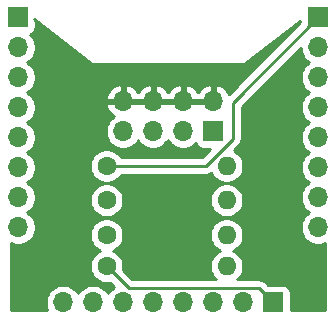
<source format=gbr>
%TF.GenerationSoftware,KiCad,Pcbnew,5.1.6-c6e7f7d~87~ubuntu18.04.1*%
%TF.CreationDate,2022-06-06T17:05:42+02:00*%
%TF.ProjectId,esp32-shield,65737033-322d-4736-9869-656c642e6b69,rev?*%
%TF.SameCoordinates,Original*%
%TF.FileFunction,Copper,L2,Bot*%
%TF.FilePolarity,Positive*%
%FSLAX46Y46*%
G04 Gerber Fmt 4.6, Leading zero omitted, Abs format (unit mm)*
G04 Created by KiCad (PCBNEW 5.1.6-c6e7f7d~87~ubuntu18.04.1) date 2022-06-06 17:05:42*
%MOMM*%
%LPD*%
G01*
G04 APERTURE LIST*
%TA.AperFunction,ComponentPad*%
%ADD10R,1.700000X1.700000*%
%TD*%
%TA.AperFunction,ComponentPad*%
%ADD11O,1.700000X1.700000*%
%TD*%
%TA.AperFunction,ComponentPad*%
%ADD12C,1.600000*%
%TD*%
%TA.AperFunction,ComponentPad*%
%ADD13O,1.600000X1.600000*%
%TD*%
%TA.AperFunction,ViaPad*%
%ADD14C,0.800000*%
%TD*%
%TA.AperFunction,Conductor*%
%ADD15C,0.250000*%
%TD*%
%TA.AperFunction,Conductor*%
%ADD16C,0.254000*%
%TD*%
G04 APERTURE END LIST*
D10*
%TO.P,J3,1*%
%TO.N,+3V3*%
X87630000Y-66040000D03*
D11*
%TO.P,J3,2*%
%TO.N,GND*%
X85090000Y-66040000D03*
%TO.P,J3,3*%
%TO.N,/SCL*%
X82550000Y-66040000D03*
%TO.P,J3,4*%
%TO.N,/SDA*%
X80010000Y-66040000D03*
%TO.P,J3,5*%
%TO.N,Net-(J3-Pad5)*%
X77470000Y-66040000D03*
%TO.P,J3,6*%
%TO.N,Net-(J3-Pad6)*%
X74930000Y-66040000D03*
%TO.P,J3,7*%
%TO.N,Net-(J3-Pad7)*%
X72390000Y-66040000D03*
%TO.P,J3,8*%
%TO.N,Net-(J3-Pad8)*%
X69850000Y-66040000D03*
%TD*%
D10*
%TO.P,J2,1*%
%TO.N,/A0*%
X82550000Y-51562000D03*
D11*
%TO.P,J2,2*%
%TO.N,GND*%
X82550000Y-49022000D03*
%TO.P,J2,3*%
%TO.N,/A1*%
X80010000Y-51562000D03*
%TO.P,J2,4*%
%TO.N,GND*%
X80010000Y-49022000D03*
%TO.P,J2,5*%
%TO.N,/A2*%
X77470000Y-51562000D03*
%TO.P,J2,6*%
%TO.N,GND*%
X77470000Y-49022000D03*
%TO.P,J2,7*%
%TO.N,/A3*%
X74930000Y-51562000D03*
%TO.P,J2,8*%
%TO.N,GND*%
X74930000Y-49022000D03*
%TD*%
D10*
%TO.P,J1,1*%
%TO.N,+3V3*%
X91440000Y-41910000D03*
D11*
%TO.P,J1,2*%
%TO.N,Net-(J1-Pad2)*%
X91440000Y-44450000D03*
%TO.P,J1,3*%
%TO.N,/A0*%
X91440000Y-46990000D03*
%TO.P,J1,4*%
%TO.N,/A1*%
X91440000Y-49530000D03*
%TO.P,J1,5*%
%TO.N,/A2*%
X91440000Y-52070000D03*
%TO.P,J1,6*%
%TO.N,/A3*%
X91440000Y-54610000D03*
%TO.P,J1,7*%
%TO.N,/SDA*%
X91440000Y-57150000D03*
%TO.P,J1,8*%
%TO.N,/SCL*%
X91440000Y-59690000D03*
%TD*%
%TO.P,J5,8*%
%TO.N,Net-(J5-Pad8)*%
X66040000Y-59690000D03*
%TO.P,J5,7*%
%TO.N,Net-(J5-Pad7)*%
X66040000Y-57150000D03*
%TO.P,J5,6*%
%TO.N,Net-(J5-Pad6)*%
X66040000Y-54610000D03*
%TO.P,J5,5*%
%TO.N,Net-(J5-Pad5)*%
X66040000Y-52070000D03*
%TO.P,J5,4*%
%TO.N,Net-(J5-Pad4)*%
X66040000Y-49530000D03*
%TO.P,J5,3*%
%TO.N,Net-(J5-Pad3)*%
X66040000Y-46990000D03*
%TO.P,J5,2*%
%TO.N,Net-(J5-Pad2)*%
X66040000Y-44450000D03*
D10*
%TO.P,J5,1*%
%TO.N,GND*%
X66040000Y-41910000D03*
%TD*%
D12*
%TO.P,R0,1*%
%TO.N,+3V3*%
X73533000Y-54483000D03*
D13*
%TO.P,R0,2*%
%TO.N,/A0*%
X83693000Y-54483000D03*
%TD*%
%TO.P,R1,2*%
%TO.N,/A1*%
X83693000Y-57404000D03*
D12*
%TO.P,R1,1*%
%TO.N,+3V3*%
X73533000Y-57404000D03*
%TD*%
%TO.P,R2,1*%
%TO.N,+3V3*%
X73533000Y-60325000D03*
D13*
%TO.P,R2,2*%
%TO.N,/A2*%
X83693000Y-60325000D03*
%TD*%
%TO.P,R3,2*%
%TO.N,/A3*%
X83693000Y-62992000D03*
D12*
%TO.P,R3,1*%
%TO.N,+3V3*%
X73533000Y-62992000D03*
%TD*%
D14*
%TO.N,GND*%
X71120000Y-45720000D03*
X78740000Y-52705000D03*
X66802000Y-64897000D03*
X71120000Y-49276000D03*
X71120000Y-53340000D03*
X87630000Y-63373000D03*
X87756996Y-52070000D03*
X87630000Y-59182000D03*
X78740000Y-60198000D03*
X78740000Y-63119000D03*
X71120000Y-57277000D03*
X71120000Y-60960000D03*
X90805000Y-64770000D03*
X87757000Y-48641000D03*
X85217000Y-46355000D03*
%TD*%
D15*
%TO.N,+3V3*%
X86454999Y-64864999D02*
X75405999Y-64864999D01*
X75405999Y-64864999D02*
X73533000Y-62992000D01*
X87630000Y-66040000D02*
X86454999Y-64864999D01*
X84200002Y-49149998D02*
X91440000Y-41910000D01*
X84200002Y-52197000D02*
X84200002Y-49149998D01*
X73533000Y-54483000D02*
X81914002Y-54483000D01*
X81914002Y-54483000D02*
X84200002Y-52197000D01*
%TO.N,GND*%
X87630000Y-52196996D02*
X87756996Y-52070000D01*
X87630000Y-63373000D02*
X87630000Y-59182000D01*
X87630000Y-59182000D02*
X87630000Y-52196996D01*
%TD*%
D16*
%TO.N,GND*%
G36*
X72312567Y-45820663D02*
G01*
X72333693Y-45833836D01*
X72356983Y-45842633D01*
X72390000Y-45847000D01*
X85090000Y-45847000D01*
X85114776Y-45844560D01*
X85138601Y-45837333D01*
X85166200Y-45821600D01*
X89951928Y-42232304D01*
X89951928Y-42323270D01*
X83890534Y-48384665D01*
X83745178Y-48140645D01*
X83550269Y-47924412D01*
X83316920Y-47750359D01*
X83054099Y-47625175D01*
X82906890Y-47580524D01*
X82677000Y-47701845D01*
X82677000Y-48895000D01*
X82697000Y-48895000D01*
X82697000Y-49149000D01*
X82677000Y-49149000D01*
X82677000Y-49169000D01*
X82423000Y-49169000D01*
X82423000Y-49149000D01*
X80137000Y-49149000D01*
X80137000Y-49169000D01*
X79883000Y-49169000D01*
X79883000Y-49149000D01*
X77597000Y-49149000D01*
X77597000Y-49169000D01*
X77343000Y-49169000D01*
X77343000Y-49149000D01*
X75057000Y-49149000D01*
X75057000Y-49169000D01*
X74803000Y-49169000D01*
X74803000Y-49149000D01*
X73609186Y-49149000D01*
X73488519Y-49378891D01*
X73585843Y-49653252D01*
X73734822Y-49903355D01*
X73929731Y-50119588D01*
X74159406Y-50290900D01*
X73983368Y-50408525D01*
X73776525Y-50615368D01*
X73614010Y-50858589D01*
X73502068Y-51128842D01*
X73445000Y-51415740D01*
X73445000Y-51708260D01*
X73502068Y-51995158D01*
X73614010Y-52265411D01*
X73776525Y-52508632D01*
X73983368Y-52715475D01*
X74226589Y-52877990D01*
X74496842Y-52989932D01*
X74783740Y-53047000D01*
X75076260Y-53047000D01*
X75363158Y-52989932D01*
X75633411Y-52877990D01*
X75876632Y-52715475D01*
X76083475Y-52508632D01*
X76200000Y-52334240D01*
X76316525Y-52508632D01*
X76523368Y-52715475D01*
X76766589Y-52877990D01*
X77036842Y-52989932D01*
X77323740Y-53047000D01*
X77616260Y-53047000D01*
X77903158Y-52989932D01*
X78173411Y-52877990D01*
X78416632Y-52715475D01*
X78623475Y-52508632D01*
X78740000Y-52334240D01*
X78856525Y-52508632D01*
X79063368Y-52715475D01*
X79306589Y-52877990D01*
X79576842Y-52989932D01*
X79863740Y-53047000D01*
X80156260Y-53047000D01*
X80443158Y-52989932D01*
X80713411Y-52877990D01*
X80956632Y-52715475D01*
X81088487Y-52583620D01*
X81110498Y-52656180D01*
X81169463Y-52766494D01*
X81248815Y-52863185D01*
X81345506Y-52942537D01*
X81455820Y-53001502D01*
X81575518Y-53037812D01*
X81700000Y-53050072D01*
X82272129Y-53050072D01*
X81599201Y-53723000D01*
X74751043Y-53723000D01*
X74647637Y-53568241D01*
X74447759Y-53368363D01*
X74212727Y-53211320D01*
X73951574Y-53103147D01*
X73674335Y-53048000D01*
X73391665Y-53048000D01*
X73114426Y-53103147D01*
X72853273Y-53211320D01*
X72618241Y-53368363D01*
X72418363Y-53568241D01*
X72261320Y-53803273D01*
X72153147Y-54064426D01*
X72098000Y-54341665D01*
X72098000Y-54624335D01*
X72153147Y-54901574D01*
X72261320Y-55162727D01*
X72418363Y-55397759D01*
X72618241Y-55597637D01*
X72853273Y-55754680D01*
X73114426Y-55862853D01*
X73391665Y-55918000D01*
X73674335Y-55918000D01*
X73951574Y-55862853D01*
X74212727Y-55754680D01*
X74447759Y-55597637D01*
X74647637Y-55397759D01*
X74751043Y-55243000D01*
X81876680Y-55243000D01*
X81914002Y-55246676D01*
X81951324Y-55243000D01*
X81951335Y-55243000D01*
X82062988Y-55232003D01*
X82206249Y-55188546D01*
X82338278Y-55117974D01*
X82386418Y-55078466D01*
X82421320Y-55162727D01*
X82578363Y-55397759D01*
X82778241Y-55597637D01*
X83013273Y-55754680D01*
X83274426Y-55862853D01*
X83551665Y-55918000D01*
X83834335Y-55918000D01*
X84111574Y-55862853D01*
X84372727Y-55754680D01*
X84607759Y-55597637D01*
X84807637Y-55397759D01*
X84964680Y-55162727D01*
X85072853Y-54901574D01*
X85128000Y-54624335D01*
X85128000Y-54341665D01*
X85072853Y-54064426D01*
X84964680Y-53803273D01*
X84807637Y-53568241D01*
X84607759Y-53368363D01*
X84372727Y-53211320D01*
X84293359Y-53178445D01*
X84711006Y-52760798D01*
X84740003Y-52737001D01*
X84834976Y-52621276D01*
X84905548Y-52489247D01*
X84949005Y-52345986D01*
X84960002Y-52234333D01*
X84960002Y-52234324D01*
X84963678Y-52197001D01*
X84960002Y-52159678D01*
X84960002Y-49464799D01*
X89955000Y-44469802D01*
X89955000Y-44596260D01*
X90012068Y-44883158D01*
X90124010Y-45153411D01*
X90286525Y-45396632D01*
X90493368Y-45603475D01*
X90667760Y-45720000D01*
X90493368Y-45836525D01*
X90286525Y-46043368D01*
X90124010Y-46286589D01*
X90012068Y-46556842D01*
X89955000Y-46843740D01*
X89955000Y-47136260D01*
X90012068Y-47423158D01*
X90124010Y-47693411D01*
X90286525Y-47936632D01*
X90493368Y-48143475D01*
X90667760Y-48260000D01*
X90493368Y-48376525D01*
X90286525Y-48583368D01*
X90124010Y-48826589D01*
X90012068Y-49096842D01*
X89955000Y-49383740D01*
X89955000Y-49676260D01*
X90012068Y-49963158D01*
X90124010Y-50233411D01*
X90286525Y-50476632D01*
X90493368Y-50683475D01*
X90667760Y-50800000D01*
X90493368Y-50916525D01*
X90286525Y-51123368D01*
X90124010Y-51366589D01*
X90012068Y-51636842D01*
X89955000Y-51923740D01*
X89955000Y-52216260D01*
X90012068Y-52503158D01*
X90124010Y-52773411D01*
X90286525Y-53016632D01*
X90493368Y-53223475D01*
X90667760Y-53340000D01*
X90493368Y-53456525D01*
X90286525Y-53663368D01*
X90124010Y-53906589D01*
X90012068Y-54176842D01*
X89955000Y-54463740D01*
X89955000Y-54756260D01*
X90012068Y-55043158D01*
X90124010Y-55313411D01*
X90286525Y-55556632D01*
X90493368Y-55763475D01*
X90667760Y-55880000D01*
X90493368Y-55996525D01*
X90286525Y-56203368D01*
X90124010Y-56446589D01*
X90012068Y-56716842D01*
X89955000Y-57003740D01*
X89955000Y-57296260D01*
X90012068Y-57583158D01*
X90124010Y-57853411D01*
X90286525Y-58096632D01*
X90493368Y-58303475D01*
X90667760Y-58420000D01*
X90493368Y-58536525D01*
X90286525Y-58743368D01*
X90124010Y-58986589D01*
X90012068Y-59256842D01*
X89955000Y-59543740D01*
X89955000Y-59836260D01*
X90012068Y-60123158D01*
X90124010Y-60393411D01*
X90286525Y-60636632D01*
X90493368Y-60843475D01*
X90736589Y-61005990D01*
X91006842Y-61117932D01*
X91293740Y-61175000D01*
X91586260Y-61175000D01*
X91873158Y-61117932D01*
X92050000Y-61044682D01*
X92050000Y-66650000D01*
X89118072Y-66650000D01*
X89118072Y-65190000D01*
X89105812Y-65065518D01*
X89069502Y-64945820D01*
X89010537Y-64835506D01*
X88931185Y-64738815D01*
X88834494Y-64659463D01*
X88724180Y-64600498D01*
X88604482Y-64564188D01*
X88480000Y-64551928D01*
X87216729Y-64551928D01*
X87018803Y-64354002D01*
X86995000Y-64324998D01*
X86879275Y-64230025D01*
X86747246Y-64159453D01*
X86603985Y-64115996D01*
X86492332Y-64104999D01*
X86492321Y-64104999D01*
X86454999Y-64101323D01*
X86417677Y-64104999D01*
X84609397Y-64104999D01*
X84807637Y-63906759D01*
X84964680Y-63671727D01*
X85072853Y-63410574D01*
X85128000Y-63133335D01*
X85128000Y-62850665D01*
X85072853Y-62573426D01*
X84964680Y-62312273D01*
X84807637Y-62077241D01*
X84607759Y-61877363D01*
X84372727Y-61720320D01*
X84223480Y-61658500D01*
X84372727Y-61596680D01*
X84607759Y-61439637D01*
X84807637Y-61239759D01*
X84964680Y-61004727D01*
X85072853Y-60743574D01*
X85128000Y-60466335D01*
X85128000Y-60183665D01*
X85072853Y-59906426D01*
X84964680Y-59645273D01*
X84807637Y-59410241D01*
X84607759Y-59210363D01*
X84372727Y-59053320D01*
X84111574Y-58945147D01*
X83834335Y-58890000D01*
X83551665Y-58890000D01*
X83274426Y-58945147D01*
X83013273Y-59053320D01*
X82778241Y-59210363D01*
X82578363Y-59410241D01*
X82421320Y-59645273D01*
X82313147Y-59906426D01*
X82258000Y-60183665D01*
X82258000Y-60466335D01*
X82313147Y-60743574D01*
X82421320Y-61004727D01*
X82578363Y-61239759D01*
X82778241Y-61439637D01*
X83013273Y-61596680D01*
X83162520Y-61658500D01*
X83013273Y-61720320D01*
X82778241Y-61877363D01*
X82578363Y-62077241D01*
X82421320Y-62312273D01*
X82313147Y-62573426D01*
X82258000Y-62850665D01*
X82258000Y-63133335D01*
X82313147Y-63410574D01*
X82421320Y-63671727D01*
X82578363Y-63906759D01*
X82776603Y-64104999D01*
X75720801Y-64104999D01*
X74931688Y-63315886D01*
X74968000Y-63133335D01*
X74968000Y-62850665D01*
X74912853Y-62573426D01*
X74804680Y-62312273D01*
X74647637Y-62077241D01*
X74447759Y-61877363D01*
X74212727Y-61720320D01*
X74063480Y-61658500D01*
X74212727Y-61596680D01*
X74447759Y-61439637D01*
X74647637Y-61239759D01*
X74804680Y-61004727D01*
X74912853Y-60743574D01*
X74968000Y-60466335D01*
X74968000Y-60183665D01*
X74912853Y-59906426D01*
X74804680Y-59645273D01*
X74647637Y-59410241D01*
X74447759Y-59210363D01*
X74212727Y-59053320D01*
X73951574Y-58945147D01*
X73674335Y-58890000D01*
X73391665Y-58890000D01*
X73114426Y-58945147D01*
X72853273Y-59053320D01*
X72618241Y-59210363D01*
X72418363Y-59410241D01*
X72261320Y-59645273D01*
X72153147Y-59906426D01*
X72098000Y-60183665D01*
X72098000Y-60466335D01*
X72153147Y-60743574D01*
X72261320Y-61004727D01*
X72418363Y-61239759D01*
X72618241Y-61439637D01*
X72853273Y-61596680D01*
X73002520Y-61658500D01*
X72853273Y-61720320D01*
X72618241Y-61877363D01*
X72418363Y-62077241D01*
X72261320Y-62312273D01*
X72153147Y-62573426D01*
X72098000Y-62850665D01*
X72098000Y-63133335D01*
X72153147Y-63410574D01*
X72261320Y-63671727D01*
X72418363Y-63906759D01*
X72618241Y-64106637D01*
X72853273Y-64263680D01*
X73114426Y-64371853D01*
X73391665Y-64427000D01*
X73674335Y-64427000D01*
X73856886Y-64390688D01*
X74204780Y-64738582D01*
X73983368Y-64886525D01*
X73776525Y-65093368D01*
X73660000Y-65267760D01*
X73543475Y-65093368D01*
X73336632Y-64886525D01*
X73093411Y-64724010D01*
X72823158Y-64612068D01*
X72536260Y-64555000D01*
X72243740Y-64555000D01*
X71956842Y-64612068D01*
X71686589Y-64724010D01*
X71443368Y-64886525D01*
X71236525Y-65093368D01*
X71120000Y-65267760D01*
X71003475Y-65093368D01*
X70796632Y-64886525D01*
X70553411Y-64724010D01*
X70283158Y-64612068D01*
X69996260Y-64555000D01*
X69703740Y-64555000D01*
X69416842Y-64612068D01*
X69146589Y-64724010D01*
X68903368Y-64886525D01*
X68696525Y-65093368D01*
X68534010Y-65336589D01*
X68422068Y-65606842D01*
X68365000Y-65893740D01*
X68365000Y-66186260D01*
X68422068Y-66473158D01*
X68495318Y-66650000D01*
X65430000Y-66650000D01*
X65430000Y-61044682D01*
X65606842Y-61117932D01*
X65893740Y-61175000D01*
X66186260Y-61175000D01*
X66473158Y-61117932D01*
X66743411Y-61005990D01*
X66986632Y-60843475D01*
X67193475Y-60636632D01*
X67355990Y-60393411D01*
X67467932Y-60123158D01*
X67525000Y-59836260D01*
X67525000Y-59543740D01*
X67467932Y-59256842D01*
X67355990Y-58986589D01*
X67193475Y-58743368D01*
X66986632Y-58536525D01*
X66812240Y-58420000D01*
X66986632Y-58303475D01*
X67193475Y-58096632D01*
X67355990Y-57853411D01*
X67467932Y-57583158D01*
X67525000Y-57296260D01*
X67525000Y-57262665D01*
X72098000Y-57262665D01*
X72098000Y-57545335D01*
X72153147Y-57822574D01*
X72261320Y-58083727D01*
X72418363Y-58318759D01*
X72618241Y-58518637D01*
X72853273Y-58675680D01*
X73114426Y-58783853D01*
X73391665Y-58839000D01*
X73674335Y-58839000D01*
X73951574Y-58783853D01*
X74212727Y-58675680D01*
X74447759Y-58518637D01*
X74647637Y-58318759D01*
X74804680Y-58083727D01*
X74912853Y-57822574D01*
X74968000Y-57545335D01*
X74968000Y-57262665D01*
X82258000Y-57262665D01*
X82258000Y-57545335D01*
X82313147Y-57822574D01*
X82421320Y-58083727D01*
X82578363Y-58318759D01*
X82778241Y-58518637D01*
X83013273Y-58675680D01*
X83274426Y-58783853D01*
X83551665Y-58839000D01*
X83834335Y-58839000D01*
X84111574Y-58783853D01*
X84372727Y-58675680D01*
X84607759Y-58518637D01*
X84807637Y-58318759D01*
X84964680Y-58083727D01*
X85072853Y-57822574D01*
X85128000Y-57545335D01*
X85128000Y-57262665D01*
X85072853Y-56985426D01*
X84964680Y-56724273D01*
X84807637Y-56489241D01*
X84607759Y-56289363D01*
X84372727Y-56132320D01*
X84111574Y-56024147D01*
X83834335Y-55969000D01*
X83551665Y-55969000D01*
X83274426Y-56024147D01*
X83013273Y-56132320D01*
X82778241Y-56289363D01*
X82578363Y-56489241D01*
X82421320Y-56724273D01*
X82313147Y-56985426D01*
X82258000Y-57262665D01*
X74968000Y-57262665D01*
X74912853Y-56985426D01*
X74804680Y-56724273D01*
X74647637Y-56489241D01*
X74447759Y-56289363D01*
X74212727Y-56132320D01*
X73951574Y-56024147D01*
X73674335Y-55969000D01*
X73391665Y-55969000D01*
X73114426Y-56024147D01*
X72853273Y-56132320D01*
X72618241Y-56289363D01*
X72418363Y-56489241D01*
X72261320Y-56724273D01*
X72153147Y-56985426D01*
X72098000Y-57262665D01*
X67525000Y-57262665D01*
X67525000Y-57003740D01*
X67467932Y-56716842D01*
X67355990Y-56446589D01*
X67193475Y-56203368D01*
X66986632Y-55996525D01*
X66812240Y-55880000D01*
X66986632Y-55763475D01*
X67193475Y-55556632D01*
X67355990Y-55313411D01*
X67467932Y-55043158D01*
X67525000Y-54756260D01*
X67525000Y-54463740D01*
X67467932Y-54176842D01*
X67355990Y-53906589D01*
X67193475Y-53663368D01*
X66986632Y-53456525D01*
X66812240Y-53340000D01*
X66986632Y-53223475D01*
X67193475Y-53016632D01*
X67355990Y-52773411D01*
X67467932Y-52503158D01*
X67525000Y-52216260D01*
X67525000Y-51923740D01*
X67467932Y-51636842D01*
X67355990Y-51366589D01*
X67193475Y-51123368D01*
X66986632Y-50916525D01*
X66812240Y-50800000D01*
X66986632Y-50683475D01*
X67193475Y-50476632D01*
X67355990Y-50233411D01*
X67467932Y-49963158D01*
X67525000Y-49676260D01*
X67525000Y-49383740D01*
X67467932Y-49096842D01*
X67355990Y-48826589D01*
X67248093Y-48665109D01*
X73488519Y-48665109D01*
X73609186Y-48895000D01*
X74803000Y-48895000D01*
X74803000Y-47701845D01*
X75057000Y-47701845D01*
X75057000Y-48895000D01*
X77343000Y-48895000D01*
X77343000Y-47701845D01*
X77597000Y-47701845D01*
X77597000Y-48895000D01*
X79883000Y-48895000D01*
X79883000Y-47701845D01*
X80137000Y-47701845D01*
X80137000Y-48895000D01*
X82423000Y-48895000D01*
X82423000Y-47701845D01*
X82193110Y-47580524D01*
X82045901Y-47625175D01*
X81783080Y-47750359D01*
X81549731Y-47924412D01*
X81354822Y-48140645D01*
X81280000Y-48266255D01*
X81205178Y-48140645D01*
X81010269Y-47924412D01*
X80776920Y-47750359D01*
X80514099Y-47625175D01*
X80366890Y-47580524D01*
X80137000Y-47701845D01*
X79883000Y-47701845D01*
X79653110Y-47580524D01*
X79505901Y-47625175D01*
X79243080Y-47750359D01*
X79009731Y-47924412D01*
X78814822Y-48140645D01*
X78740000Y-48266255D01*
X78665178Y-48140645D01*
X78470269Y-47924412D01*
X78236920Y-47750359D01*
X77974099Y-47625175D01*
X77826890Y-47580524D01*
X77597000Y-47701845D01*
X77343000Y-47701845D01*
X77113110Y-47580524D01*
X76965901Y-47625175D01*
X76703080Y-47750359D01*
X76469731Y-47924412D01*
X76274822Y-48140645D01*
X76200000Y-48266255D01*
X76125178Y-48140645D01*
X75930269Y-47924412D01*
X75696920Y-47750359D01*
X75434099Y-47625175D01*
X75286890Y-47580524D01*
X75057000Y-47701845D01*
X74803000Y-47701845D01*
X74573110Y-47580524D01*
X74425901Y-47625175D01*
X74163080Y-47750359D01*
X73929731Y-47924412D01*
X73734822Y-48140645D01*
X73585843Y-48390748D01*
X73488519Y-48665109D01*
X67248093Y-48665109D01*
X67193475Y-48583368D01*
X66986632Y-48376525D01*
X66812240Y-48260000D01*
X66986632Y-48143475D01*
X67193475Y-47936632D01*
X67355990Y-47693411D01*
X67467932Y-47423158D01*
X67525000Y-47136260D01*
X67525000Y-46843740D01*
X67467932Y-46556842D01*
X67355990Y-46286589D01*
X67193475Y-46043368D01*
X66986632Y-45836525D01*
X66812240Y-45720000D01*
X66986632Y-45603475D01*
X67193475Y-45396632D01*
X67355990Y-45153411D01*
X67467932Y-44883158D01*
X67525000Y-44596260D01*
X67525000Y-44303740D01*
X67467932Y-44016842D01*
X67355990Y-43746589D01*
X67193475Y-43503368D01*
X67061620Y-43371513D01*
X67134180Y-43349502D01*
X67244494Y-43290537D01*
X67341185Y-43211185D01*
X67420537Y-43114494D01*
X67479502Y-43004180D01*
X67515812Y-42884482D01*
X67528072Y-42760000D01*
X67525000Y-42195750D01*
X67366252Y-42037002D01*
X67393808Y-42037002D01*
X72312567Y-45820663D01*
G37*
X72312567Y-45820663D02*
X72333693Y-45833836D01*
X72356983Y-45842633D01*
X72390000Y-45847000D01*
X85090000Y-45847000D01*
X85114776Y-45844560D01*
X85138601Y-45837333D01*
X85166200Y-45821600D01*
X89951928Y-42232304D01*
X89951928Y-42323270D01*
X83890534Y-48384665D01*
X83745178Y-48140645D01*
X83550269Y-47924412D01*
X83316920Y-47750359D01*
X83054099Y-47625175D01*
X82906890Y-47580524D01*
X82677000Y-47701845D01*
X82677000Y-48895000D01*
X82697000Y-48895000D01*
X82697000Y-49149000D01*
X82677000Y-49149000D01*
X82677000Y-49169000D01*
X82423000Y-49169000D01*
X82423000Y-49149000D01*
X80137000Y-49149000D01*
X80137000Y-49169000D01*
X79883000Y-49169000D01*
X79883000Y-49149000D01*
X77597000Y-49149000D01*
X77597000Y-49169000D01*
X77343000Y-49169000D01*
X77343000Y-49149000D01*
X75057000Y-49149000D01*
X75057000Y-49169000D01*
X74803000Y-49169000D01*
X74803000Y-49149000D01*
X73609186Y-49149000D01*
X73488519Y-49378891D01*
X73585843Y-49653252D01*
X73734822Y-49903355D01*
X73929731Y-50119588D01*
X74159406Y-50290900D01*
X73983368Y-50408525D01*
X73776525Y-50615368D01*
X73614010Y-50858589D01*
X73502068Y-51128842D01*
X73445000Y-51415740D01*
X73445000Y-51708260D01*
X73502068Y-51995158D01*
X73614010Y-52265411D01*
X73776525Y-52508632D01*
X73983368Y-52715475D01*
X74226589Y-52877990D01*
X74496842Y-52989932D01*
X74783740Y-53047000D01*
X75076260Y-53047000D01*
X75363158Y-52989932D01*
X75633411Y-52877990D01*
X75876632Y-52715475D01*
X76083475Y-52508632D01*
X76200000Y-52334240D01*
X76316525Y-52508632D01*
X76523368Y-52715475D01*
X76766589Y-52877990D01*
X77036842Y-52989932D01*
X77323740Y-53047000D01*
X77616260Y-53047000D01*
X77903158Y-52989932D01*
X78173411Y-52877990D01*
X78416632Y-52715475D01*
X78623475Y-52508632D01*
X78740000Y-52334240D01*
X78856525Y-52508632D01*
X79063368Y-52715475D01*
X79306589Y-52877990D01*
X79576842Y-52989932D01*
X79863740Y-53047000D01*
X80156260Y-53047000D01*
X80443158Y-52989932D01*
X80713411Y-52877990D01*
X80956632Y-52715475D01*
X81088487Y-52583620D01*
X81110498Y-52656180D01*
X81169463Y-52766494D01*
X81248815Y-52863185D01*
X81345506Y-52942537D01*
X81455820Y-53001502D01*
X81575518Y-53037812D01*
X81700000Y-53050072D01*
X82272129Y-53050072D01*
X81599201Y-53723000D01*
X74751043Y-53723000D01*
X74647637Y-53568241D01*
X74447759Y-53368363D01*
X74212727Y-53211320D01*
X73951574Y-53103147D01*
X73674335Y-53048000D01*
X73391665Y-53048000D01*
X73114426Y-53103147D01*
X72853273Y-53211320D01*
X72618241Y-53368363D01*
X72418363Y-53568241D01*
X72261320Y-53803273D01*
X72153147Y-54064426D01*
X72098000Y-54341665D01*
X72098000Y-54624335D01*
X72153147Y-54901574D01*
X72261320Y-55162727D01*
X72418363Y-55397759D01*
X72618241Y-55597637D01*
X72853273Y-55754680D01*
X73114426Y-55862853D01*
X73391665Y-55918000D01*
X73674335Y-55918000D01*
X73951574Y-55862853D01*
X74212727Y-55754680D01*
X74447759Y-55597637D01*
X74647637Y-55397759D01*
X74751043Y-55243000D01*
X81876680Y-55243000D01*
X81914002Y-55246676D01*
X81951324Y-55243000D01*
X81951335Y-55243000D01*
X82062988Y-55232003D01*
X82206249Y-55188546D01*
X82338278Y-55117974D01*
X82386418Y-55078466D01*
X82421320Y-55162727D01*
X82578363Y-55397759D01*
X82778241Y-55597637D01*
X83013273Y-55754680D01*
X83274426Y-55862853D01*
X83551665Y-55918000D01*
X83834335Y-55918000D01*
X84111574Y-55862853D01*
X84372727Y-55754680D01*
X84607759Y-55597637D01*
X84807637Y-55397759D01*
X84964680Y-55162727D01*
X85072853Y-54901574D01*
X85128000Y-54624335D01*
X85128000Y-54341665D01*
X85072853Y-54064426D01*
X84964680Y-53803273D01*
X84807637Y-53568241D01*
X84607759Y-53368363D01*
X84372727Y-53211320D01*
X84293359Y-53178445D01*
X84711006Y-52760798D01*
X84740003Y-52737001D01*
X84834976Y-52621276D01*
X84905548Y-52489247D01*
X84949005Y-52345986D01*
X84960002Y-52234333D01*
X84960002Y-52234324D01*
X84963678Y-52197001D01*
X84960002Y-52159678D01*
X84960002Y-49464799D01*
X89955000Y-44469802D01*
X89955000Y-44596260D01*
X90012068Y-44883158D01*
X90124010Y-45153411D01*
X90286525Y-45396632D01*
X90493368Y-45603475D01*
X90667760Y-45720000D01*
X90493368Y-45836525D01*
X90286525Y-46043368D01*
X90124010Y-46286589D01*
X90012068Y-46556842D01*
X89955000Y-46843740D01*
X89955000Y-47136260D01*
X90012068Y-47423158D01*
X90124010Y-47693411D01*
X90286525Y-47936632D01*
X90493368Y-48143475D01*
X90667760Y-48260000D01*
X90493368Y-48376525D01*
X90286525Y-48583368D01*
X90124010Y-48826589D01*
X90012068Y-49096842D01*
X89955000Y-49383740D01*
X89955000Y-49676260D01*
X90012068Y-49963158D01*
X90124010Y-50233411D01*
X90286525Y-50476632D01*
X90493368Y-50683475D01*
X90667760Y-50800000D01*
X90493368Y-50916525D01*
X90286525Y-51123368D01*
X90124010Y-51366589D01*
X90012068Y-51636842D01*
X89955000Y-51923740D01*
X89955000Y-52216260D01*
X90012068Y-52503158D01*
X90124010Y-52773411D01*
X90286525Y-53016632D01*
X90493368Y-53223475D01*
X90667760Y-53340000D01*
X90493368Y-53456525D01*
X90286525Y-53663368D01*
X90124010Y-53906589D01*
X90012068Y-54176842D01*
X89955000Y-54463740D01*
X89955000Y-54756260D01*
X90012068Y-55043158D01*
X90124010Y-55313411D01*
X90286525Y-55556632D01*
X90493368Y-55763475D01*
X90667760Y-55880000D01*
X90493368Y-55996525D01*
X90286525Y-56203368D01*
X90124010Y-56446589D01*
X90012068Y-56716842D01*
X89955000Y-57003740D01*
X89955000Y-57296260D01*
X90012068Y-57583158D01*
X90124010Y-57853411D01*
X90286525Y-58096632D01*
X90493368Y-58303475D01*
X90667760Y-58420000D01*
X90493368Y-58536525D01*
X90286525Y-58743368D01*
X90124010Y-58986589D01*
X90012068Y-59256842D01*
X89955000Y-59543740D01*
X89955000Y-59836260D01*
X90012068Y-60123158D01*
X90124010Y-60393411D01*
X90286525Y-60636632D01*
X90493368Y-60843475D01*
X90736589Y-61005990D01*
X91006842Y-61117932D01*
X91293740Y-61175000D01*
X91586260Y-61175000D01*
X91873158Y-61117932D01*
X92050000Y-61044682D01*
X92050000Y-66650000D01*
X89118072Y-66650000D01*
X89118072Y-65190000D01*
X89105812Y-65065518D01*
X89069502Y-64945820D01*
X89010537Y-64835506D01*
X88931185Y-64738815D01*
X88834494Y-64659463D01*
X88724180Y-64600498D01*
X88604482Y-64564188D01*
X88480000Y-64551928D01*
X87216729Y-64551928D01*
X87018803Y-64354002D01*
X86995000Y-64324998D01*
X86879275Y-64230025D01*
X86747246Y-64159453D01*
X86603985Y-64115996D01*
X86492332Y-64104999D01*
X86492321Y-64104999D01*
X86454999Y-64101323D01*
X86417677Y-64104999D01*
X84609397Y-64104999D01*
X84807637Y-63906759D01*
X84964680Y-63671727D01*
X85072853Y-63410574D01*
X85128000Y-63133335D01*
X85128000Y-62850665D01*
X85072853Y-62573426D01*
X84964680Y-62312273D01*
X84807637Y-62077241D01*
X84607759Y-61877363D01*
X84372727Y-61720320D01*
X84223480Y-61658500D01*
X84372727Y-61596680D01*
X84607759Y-61439637D01*
X84807637Y-61239759D01*
X84964680Y-61004727D01*
X85072853Y-60743574D01*
X85128000Y-60466335D01*
X85128000Y-60183665D01*
X85072853Y-59906426D01*
X84964680Y-59645273D01*
X84807637Y-59410241D01*
X84607759Y-59210363D01*
X84372727Y-59053320D01*
X84111574Y-58945147D01*
X83834335Y-58890000D01*
X83551665Y-58890000D01*
X83274426Y-58945147D01*
X83013273Y-59053320D01*
X82778241Y-59210363D01*
X82578363Y-59410241D01*
X82421320Y-59645273D01*
X82313147Y-59906426D01*
X82258000Y-60183665D01*
X82258000Y-60466335D01*
X82313147Y-60743574D01*
X82421320Y-61004727D01*
X82578363Y-61239759D01*
X82778241Y-61439637D01*
X83013273Y-61596680D01*
X83162520Y-61658500D01*
X83013273Y-61720320D01*
X82778241Y-61877363D01*
X82578363Y-62077241D01*
X82421320Y-62312273D01*
X82313147Y-62573426D01*
X82258000Y-62850665D01*
X82258000Y-63133335D01*
X82313147Y-63410574D01*
X82421320Y-63671727D01*
X82578363Y-63906759D01*
X82776603Y-64104999D01*
X75720801Y-64104999D01*
X74931688Y-63315886D01*
X74968000Y-63133335D01*
X74968000Y-62850665D01*
X74912853Y-62573426D01*
X74804680Y-62312273D01*
X74647637Y-62077241D01*
X74447759Y-61877363D01*
X74212727Y-61720320D01*
X74063480Y-61658500D01*
X74212727Y-61596680D01*
X74447759Y-61439637D01*
X74647637Y-61239759D01*
X74804680Y-61004727D01*
X74912853Y-60743574D01*
X74968000Y-60466335D01*
X74968000Y-60183665D01*
X74912853Y-59906426D01*
X74804680Y-59645273D01*
X74647637Y-59410241D01*
X74447759Y-59210363D01*
X74212727Y-59053320D01*
X73951574Y-58945147D01*
X73674335Y-58890000D01*
X73391665Y-58890000D01*
X73114426Y-58945147D01*
X72853273Y-59053320D01*
X72618241Y-59210363D01*
X72418363Y-59410241D01*
X72261320Y-59645273D01*
X72153147Y-59906426D01*
X72098000Y-60183665D01*
X72098000Y-60466335D01*
X72153147Y-60743574D01*
X72261320Y-61004727D01*
X72418363Y-61239759D01*
X72618241Y-61439637D01*
X72853273Y-61596680D01*
X73002520Y-61658500D01*
X72853273Y-61720320D01*
X72618241Y-61877363D01*
X72418363Y-62077241D01*
X72261320Y-62312273D01*
X72153147Y-62573426D01*
X72098000Y-62850665D01*
X72098000Y-63133335D01*
X72153147Y-63410574D01*
X72261320Y-63671727D01*
X72418363Y-63906759D01*
X72618241Y-64106637D01*
X72853273Y-64263680D01*
X73114426Y-64371853D01*
X73391665Y-64427000D01*
X73674335Y-64427000D01*
X73856886Y-64390688D01*
X74204780Y-64738582D01*
X73983368Y-64886525D01*
X73776525Y-65093368D01*
X73660000Y-65267760D01*
X73543475Y-65093368D01*
X73336632Y-64886525D01*
X73093411Y-64724010D01*
X72823158Y-64612068D01*
X72536260Y-64555000D01*
X72243740Y-64555000D01*
X71956842Y-64612068D01*
X71686589Y-64724010D01*
X71443368Y-64886525D01*
X71236525Y-65093368D01*
X71120000Y-65267760D01*
X71003475Y-65093368D01*
X70796632Y-64886525D01*
X70553411Y-64724010D01*
X70283158Y-64612068D01*
X69996260Y-64555000D01*
X69703740Y-64555000D01*
X69416842Y-64612068D01*
X69146589Y-64724010D01*
X68903368Y-64886525D01*
X68696525Y-65093368D01*
X68534010Y-65336589D01*
X68422068Y-65606842D01*
X68365000Y-65893740D01*
X68365000Y-66186260D01*
X68422068Y-66473158D01*
X68495318Y-66650000D01*
X65430000Y-66650000D01*
X65430000Y-61044682D01*
X65606842Y-61117932D01*
X65893740Y-61175000D01*
X66186260Y-61175000D01*
X66473158Y-61117932D01*
X66743411Y-61005990D01*
X66986632Y-60843475D01*
X67193475Y-60636632D01*
X67355990Y-60393411D01*
X67467932Y-60123158D01*
X67525000Y-59836260D01*
X67525000Y-59543740D01*
X67467932Y-59256842D01*
X67355990Y-58986589D01*
X67193475Y-58743368D01*
X66986632Y-58536525D01*
X66812240Y-58420000D01*
X66986632Y-58303475D01*
X67193475Y-58096632D01*
X67355990Y-57853411D01*
X67467932Y-57583158D01*
X67525000Y-57296260D01*
X67525000Y-57262665D01*
X72098000Y-57262665D01*
X72098000Y-57545335D01*
X72153147Y-57822574D01*
X72261320Y-58083727D01*
X72418363Y-58318759D01*
X72618241Y-58518637D01*
X72853273Y-58675680D01*
X73114426Y-58783853D01*
X73391665Y-58839000D01*
X73674335Y-58839000D01*
X73951574Y-58783853D01*
X74212727Y-58675680D01*
X74447759Y-58518637D01*
X74647637Y-58318759D01*
X74804680Y-58083727D01*
X74912853Y-57822574D01*
X74968000Y-57545335D01*
X74968000Y-57262665D01*
X82258000Y-57262665D01*
X82258000Y-57545335D01*
X82313147Y-57822574D01*
X82421320Y-58083727D01*
X82578363Y-58318759D01*
X82778241Y-58518637D01*
X83013273Y-58675680D01*
X83274426Y-58783853D01*
X83551665Y-58839000D01*
X83834335Y-58839000D01*
X84111574Y-58783853D01*
X84372727Y-58675680D01*
X84607759Y-58518637D01*
X84807637Y-58318759D01*
X84964680Y-58083727D01*
X85072853Y-57822574D01*
X85128000Y-57545335D01*
X85128000Y-57262665D01*
X85072853Y-56985426D01*
X84964680Y-56724273D01*
X84807637Y-56489241D01*
X84607759Y-56289363D01*
X84372727Y-56132320D01*
X84111574Y-56024147D01*
X83834335Y-55969000D01*
X83551665Y-55969000D01*
X83274426Y-56024147D01*
X83013273Y-56132320D01*
X82778241Y-56289363D01*
X82578363Y-56489241D01*
X82421320Y-56724273D01*
X82313147Y-56985426D01*
X82258000Y-57262665D01*
X74968000Y-57262665D01*
X74912853Y-56985426D01*
X74804680Y-56724273D01*
X74647637Y-56489241D01*
X74447759Y-56289363D01*
X74212727Y-56132320D01*
X73951574Y-56024147D01*
X73674335Y-55969000D01*
X73391665Y-55969000D01*
X73114426Y-56024147D01*
X72853273Y-56132320D01*
X72618241Y-56289363D01*
X72418363Y-56489241D01*
X72261320Y-56724273D01*
X72153147Y-56985426D01*
X72098000Y-57262665D01*
X67525000Y-57262665D01*
X67525000Y-57003740D01*
X67467932Y-56716842D01*
X67355990Y-56446589D01*
X67193475Y-56203368D01*
X66986632Y-55996525D01*
X66812240Y-55880000D01*
X66986632Y-55763475D01*
X67193475Y-55556632D01*
X67355990Y-55313411D01*
X67467932Y-55043158D01*
X67525000Y-54756260D01*
X67525000Y-54463740D01*
X67467932Y-54176842D01*
X67355990Y-53906589D01*
X67193475Y-53663368D01*
X66986632Y-53456525D01*
X66812240Y-53340000D01*
X66986632Y-53223475D01*
X67193475Y-53016632D01*
X67355990Y-52773411D01*
X67467932Y-52503158D01*
X67525000Y-52216260D01*
X67525000Y-51923740D01*
X67467932Y-51636842D01*
X67355990Y-51366589D01*
X67193475Y-51123368D01*
X66986632Y-50916525D01*
X66812240Y-50800000D01*
X66986632Y-50683475D01*
X67193475Y-50476632D01*
X67355990Y-50233411D01*
X67467932Y-49963158D01*
X67525000Y-49676260D01*
X67525000Y-49383740D01*
X67467932Y-49096842D01*
X67355990Y-48826589D01*
X67248093Y-48665109D01*
X73488519Y-48665109D01*
X73609186Y-48895000D01*
X74803000Y-48895000D01*
X74803000Y-47701845D01*
X75057000Y-47701845D01*
X75057000Y-48895000D01*
X77343000Y-48895000D01*
X77343000Y-47701845D01*
X77597000Y-47701845D01*
X77597000Y-48895000D01*
X79883000Y-48895000D01*
X79883000Y-47701845D01*
X80137000Y-47701845D01*
X80137000Y-48895000D01*
X82423000Y-48895000D01*
X82423000Y-47701845D01*
X82193110Y-47580524D01*
X82045901Y-47625175D01*
X81783080Y-47750359D01*
X81549731Y-47924412D01*
X81354822Y-48140645D01*
X81280000Y-48266255D01*
X81205178Y-48140645D01*
X81010269Y-47924412D01*
X80776920Y-47750359D01*
X80514099Y-47625175D01*
X80366890Y-47580524D01*
X80137000Y-47701845D01*
X79883000Y-47701845D01*
X79653110Y-47580524D01*
X79505901Y-47625175D01*
X79243080Y-47750359D01*
X79009731Y-47924412D01*
X78814822Y-48140645D01*
X78740000Y-48266255D01*
X78665178Y-48140645D01*
X78470269Y-47924412D01*
X78236920Y-47750359D01*
X77974099Y-47625175D01*
X77826890Y-47580524D01*
X77597000Y-47701845D01*
X77343000Y-47701845D01*
X77113110Y-47580524D01*
X76965901Y-47625175D01*
X76703080Y-47750359D01*
X76469731Y-47924412D01*
X76274822Y-48140645D01*
X76200000Y-48266255D01*
X76125178Y-48140645D01*
X75930269Y-47924412D01*
X75696920Y-47750359D01*
X75434099Y-47625175D01*
X75286890Y-47580524D01*
X75057000Y-47701845D01*
X74803000Y-47701845D01*
X74573110Y-47580524D01*
X74425901Y-47625175D01*
X74163080Y-47750359D01*
X73929731Y-47924412D01*
X73734822Y-48140645D01*
X73585843Y-48390748D01*
X73488519Y-48665109D01*
X67248093Y-48665109D01*
X67193475Y-48583368D01*
X66986632Y-48376525D01*
X66812240Y-48260000D01*
X66986632Y-48143475D01*
X67193475Y-47936632D01*
X67355990Y-47693411D01*
X67467932Y-47423158D01*
X67525000Y-47136260D01*
X67525000Y-46843740D01*
X67467932Y-46556842D01*
X67355990Y-46286589D01*
X67193475Y-46043368D01*
X66986632Y-45836525D01*
X66812240Y-45720000D01*
X66986632Y-45603475D01*
X67193475Y-45396632D01*
X67355990Y-45153411D01*
X67467932Y-44883158D01*
X67525000Y-44596260D01*
X67525000Y-44303740D01*
X67467932Y-44016842D01*
X67355990Y-43746589D01*
X67193475Y-43503368D01*
X67061620Y-43371513D01*
X67134180Y-43349502D01*
X67244494Y-43290537D01*
X67341185Y-43211185D01*
X67420537Y-43114494D01*
X67479502Y-43004180D01*
X67515812Y-42884482D01*
X67528072Y-42760000D01*
X67525000Y-42195750D01*
X67366252Y-42037002D01*
X67393808Y-42037002D01*
X72312567Y-45820663D01*
G36*
X85217000Y-65913000D02*
G01*
X85237000Y-65913000D01*
X85237000Y-66167000D01*
X85217000Y-66167000D01*
X85217000Y-66187000D01*
X84963000Y-66187000D01*
X84963000Y-66167000D01*
X84943000Y-66167000D01*
X84943000Y-65913000D01*
X84963000Y-65913000D01*
X84963000Y-65893000D01*
X85217000Y-65893000D01*
X85217000Y-65913000D01*
G37*
X85217000Y-65913000D02*
X85237000Y-65913000D01*
X85237000Y-66167000D01*
X85217000Y-66167000D01*
X85217000Y-66187000D01*
X84963000Y-66187000D01*
X84963000Y-66167000D01*
X84943000Y-66167000D01*
X84943000Y-65913000D01*
X84963000Y-65913000D01*
X84963000Y-65893000D01*
X85217000Y-65893000D01*
X85217000Y-65913000D01*
%TD*%
M02*

</source>
